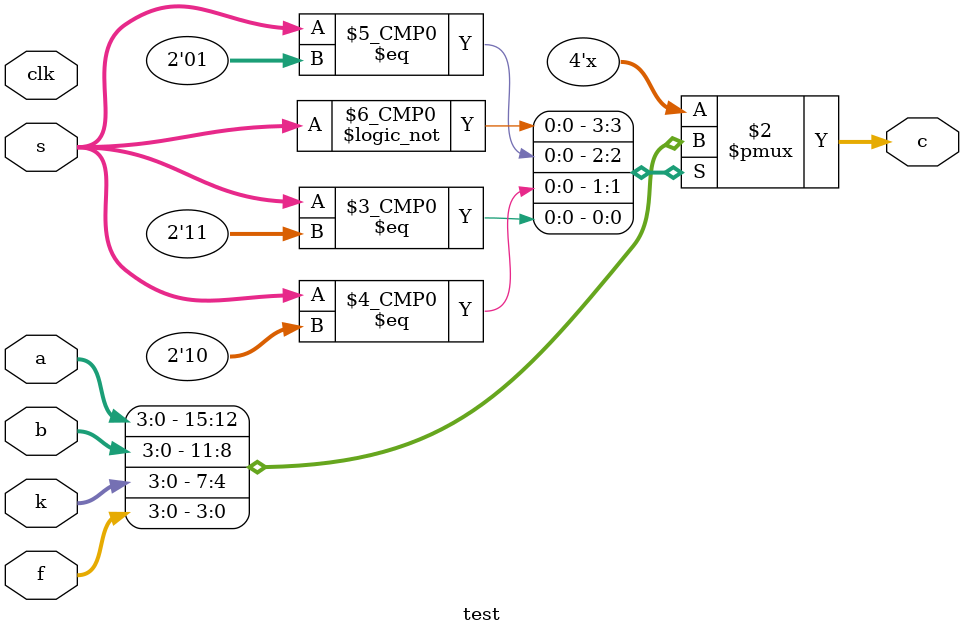
<source format=v>
module test (
	input      [3:0] a,
	input      [3:0] b,
	input		  [3:0] k,
	input		  [3:0] f,
	input      [1:0] s,
	input 		     clk,
	output reg [3:0] c
);

// assign c = (s == 2'b00) ? a : ((s == 2'b01) ? b : ((s == 2'b10) ? k : f ));

always @ (*) begin
	case (s)
		2'b00: c <= a;
		2'b01: c <= b;
		2'b10: c <= k;
		2'b11: c <= f;
	endcase
end

endmodule
</source>
